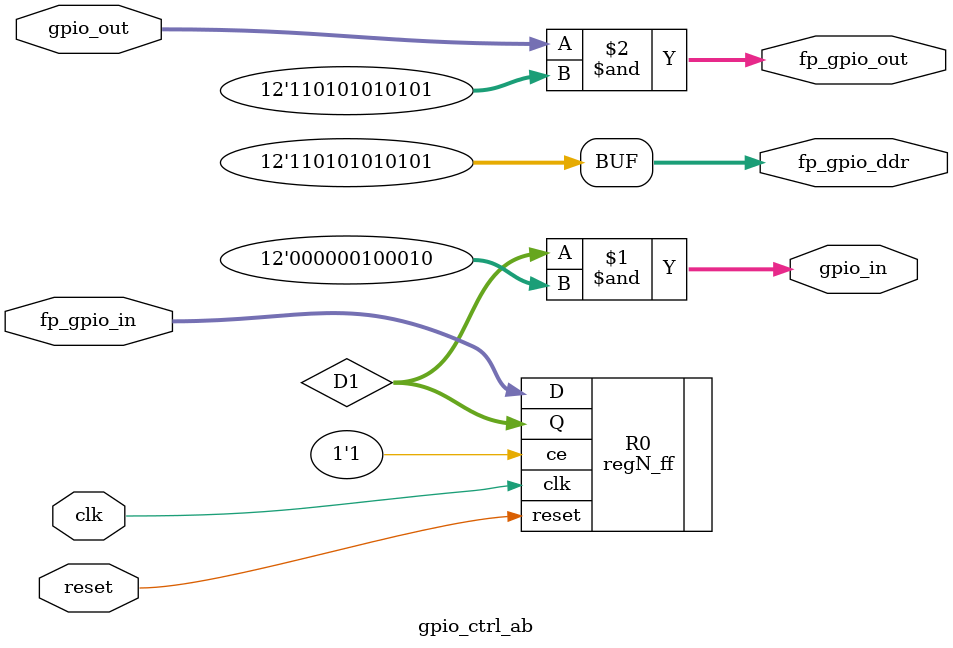
<source format=v>
module gpio_ctrl_ab #(
  parameter GPIO_REG_WIDTH    = 12,
  parameter CLK_DIV_FAC       = 10,
  parameter [GPIO_REG_WIDTH-1:0] OUT_MASK = 12'hD55,
  parameter [GPIO_REG_WIDTH-1:0] IN_MASK  = 12'h022,
  parameter [GPIO_REG_WIDTH-1:0] IO_DDR   = 12'hD55
)(
  input   clk,
  input   reset,
  
  input  [GPIO_REG_WIDTH-1:0]  fp_gpio_in,
  output [GPIO_REG_WIDTH-1:0]  fp_gpio_out,
  output [GPIO_REG_WIDTH-1:0]  fp_gpio_ddr,

  input  [GPIO_REG_WIDTH-1:0]  gpio_out,
  output [GPIO_REG_WIDTH-1:0]  gpio_in
);

  //wire clk_div;
  wire [GPIO_REG_WIDTH-1:0] D1, Q1;

  regN_ff #(.REG_WIDTH(GPIO_REG_WIDTH))
      R0(.clk(clk), .reset(reset), .ce(1'b1),
         .D(fp_gpio_in), .Q(D1));
/*
  regN_ff #(.REG_WIDTH(GPIO_REG_WIDTH))
      R1(.clk(clk), .reset(reset), .ce(1'b1),
         .D(D1), .Q(Q1));
  */
  /*
  clk_div_dk #(.N(CLK_DIV_FAC))
      CLK_DIV_DK (.clk(clk),
                  .reset(reset),
                  .clk_div(clk_div));
  */
  // assign gpio_in     = Q1 & D1 & IN_MASK;
  assign gpio_in = D1 & IN_MASK;
  assign fp_gpio_ddr = IO_DDR;
  assign fp_gpio_out = gpio_out & OUT_MASK; 
  
endmodule


</source>
